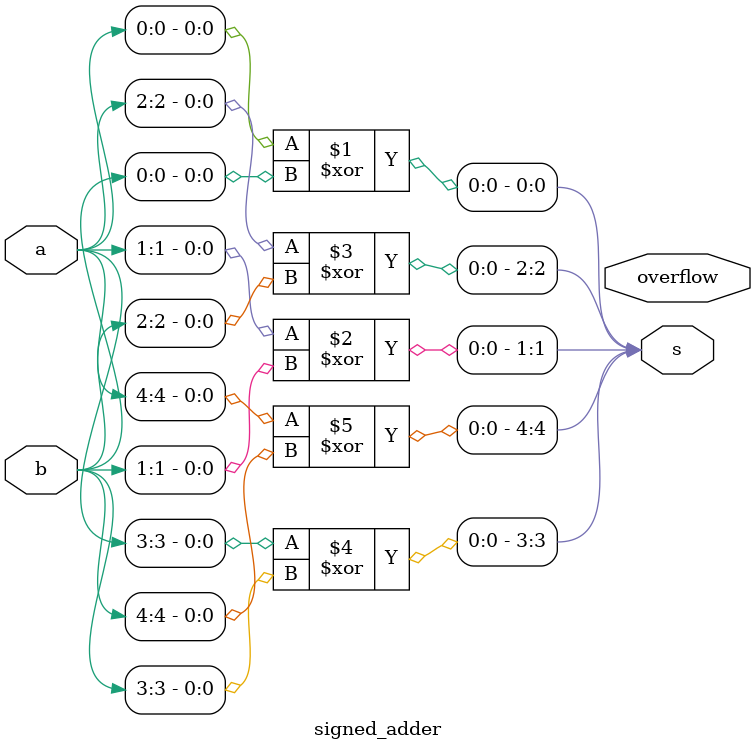
<source format=v>

module signed_adder(input [7:0] a,
    input [7:0] b,
    output [7:0] s,
    output overflow
); 

// The numbers a and b are added to the output s. 
// assign the occurence of the signed overflow of a and b to the output overflow.
// a signed overflow occurs if the most significant bits of a and b are low and the most significant bit of s is high
// a signed overflow may also occur if the most significant bits of a and b are high and the most significant bit of s is low


assign s[0] = a[0] ^ b[0]; // xor of a[0] and b[0] gives the least significant bit of s.

assign s[1] = a[1] ^ b[1]; // xor of a[1] and b[1] gives the next least significant bit of s.

assign s[2] = a[2] ^ b[2]; // xor of a[2] and b[2] gives the next least significant bit of s.

assign s[3] = a[3] ^ b[3]; // xor of a[3] and b[3] gives the next least significant bit of s.

assign s[4] = a[4] ^ b[4]; // xor of a[4] and b[4] gives the next least significant bit of s.

endmodule

</source>
